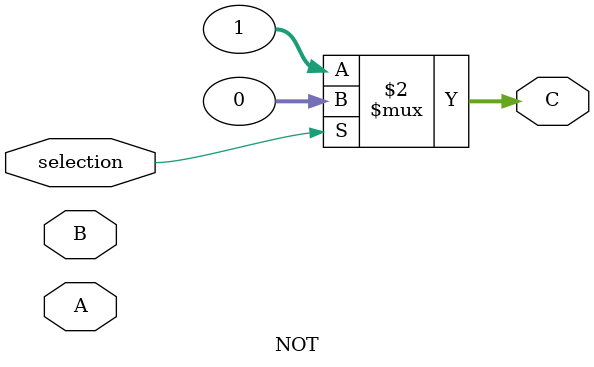
<source format=v>
module NOT(input wire [31:0] A, B, input wire selection, output wire [31:0] C);

	assign C = (selection == 1)? 0 : 1;
	
endmodule
</source>
